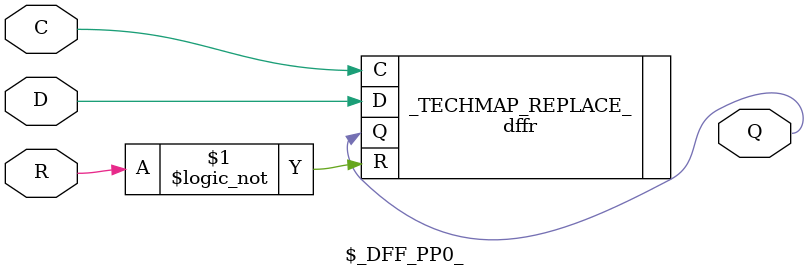
<source format=v>
module \$_DFF_P_ (D, Q, C);
    input D;
    input C;
    output Q;
    dff _TECHMAP_REPLACE_ (.Q(Q), .D(D), .C(C));
endmodule

module \$_DFF_PN0_ (D, Q, C, R);
    input D;
    input C;
    input R;
    output Q;
    dffr _TECHMAP_REPLACE_ (.Q(Q), .D(D), .C(C), .R(R));
endmodule

module \$_DFF_PP0_ (D, Q, C, R);
    input D;
    input C;
    input R;
    output Q;
    dffr _TECHMAP_REPLACE_ (.Q(Q), .D(D), .C(C), .R(!R));
endmodule


</source>
